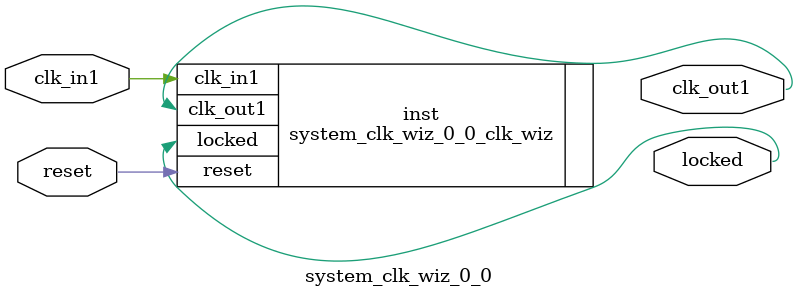
<source format=v>


`timescale 1ps/1ps

(* CORE_GENERATION_INFO = "system_clk_wiz_0_0,clk_wiz_v5_4_3_0,{component_name=system_clk_wiz_0_0,use_phase_alignment=true,use_min_o_jitter=false,use_max_i_jitter=false,use_dyn_phase_shift=false,use_inclk_switchover=false,use_dyn_reconfig=false,enable_axi=0,feedback_source=FDBK_AUTO,PRIMITIVE=MMCM,num_out_clk=1,clkin1_period=10.000,clkin2_period=10.000,use_power_down=false,use_reset=true,use_locked=true,use_inclk_stopped=false,feedback_type=SINGLE,CLOCK_MGR_TYPE=NA,manual_override=false}" *)

module system_clk_wiz_0_0 
 (
  // Clock out ports
  output        clk_out1,
  // Status and control signals
  input         reset,
  output        locked,
 // Clock in ports
  input         clk_in1
 );

  system_clk_wiz_0_0_clk_wiz inst
  (
  // Clock out ports  
  .clk_out1(clk_out1),
  // Status and control signals               
  .reset(reset), 
  .locked(locked),
 // Clock in ports
  .clk_in1(clk_in1)
  );

endmodule

</source>
